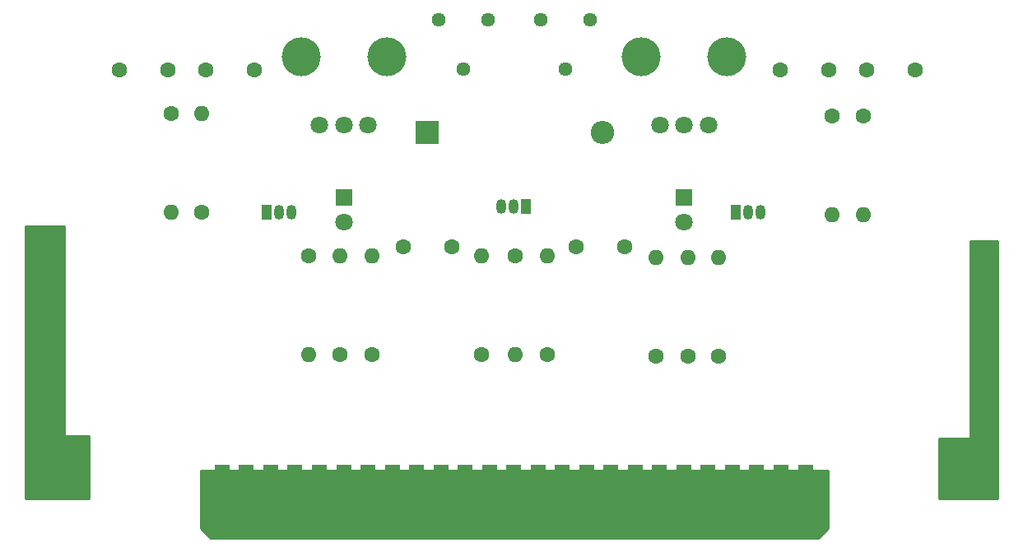
<source format=gbr>
G04 #@! TF.GenerationSoftware,KiCad,Pcbnew,(5.1.7)-1*
G04 #@! TF.CreationDate,2021-02-09T20:34:42-06:00*
G04 #@! TF.ProjectId,ConsolePedalTremolo,436f6e73-6f6c-4655-9065-64616c547265,rev?*
G04 #@! TF.SameCoordinates,Original*
G04 #@! TF.FileFunction,Soldermask,Top*
G04 #@! TF.FilePolarity,Negative*
%FSLAX46Y46*%
G04 Gerber Fmt 4.6, Leading zero omitted, Abs format (unit mm)*
G04 Created by KiCad (PCBNEW (5.1.7)-1) date 2021-02-09 20:34:42*
%MOMM*%
%LPD*%
G01*
G04 APERTURE LIST*
%ADD10R,1.800000X1.800000*%
%ADD11C,1.800000*%
%ADD12R,1.500000X7.000000*%
%ADD13C,5.000000*%
%ADD14C,1.600000*%
%ADD15O,1.600000X1.600000*%
%ADD16R,2.400000X2.400000*%
%ADD17O,2.400000X2.400000*%
%ADD18O,1.050000X1.500000*%
%ADD19R,1.050000X1.500000*%
%ADD20C,4.000000*%
%ADD21C,1.440000*%
%ADD22C,0.254000*%
%ADD23C,0.100000*%
G04 APERTURE END LIST*
D10*
G04 #@! TO.C,D1*
X115250000Y-95000000D03*
D11*
X115250000Y-97540000D03*
G04 #@! TD*
G04 #@! TO.C,D2*
X150250000Y-97540000D03*
D10*
X150250000Y-95000000D03*
G04 #@! TD*
D12*
G04 #@! TO.C,J1*
X102715000Y-126000000D03*
X105215000Y-126000000D03*
X107715000Y-126000000D03*
X110215000Y-126000000D03*
X112715000Y-126000000D03*
X115215000Y-126000000D03*
X117715000Y-126000000D03*
X120215000Y-126000000D03*
X122715000Y-126000000D03*
X125215000Y-126000000D03*
X127715000Y-126000000D03*
X130215000Y-126000000D03*
X132715000Y-126000000D03*
X135215000Y-126000000D03*
X137715000Y-126000000D03*
X140215000Y-126000000D03*
X142715000Y-126000000D03*
X145215000Y-126000000D03*
X147715000Y-126000000D03*
X150215000Y-126000000D03*
X152715000Y-126000000D03*
X155215000Y-126000000D03*
X157715000Y-126000000D03*
X160215000Y-126000000D03*
X162715000Y-126000000D03*
G04 #@! TD*
D13*
G04 #@! TO.C,H1*
X85350000Y-122600000D03*
G04 #@! TD*
G04 #@! TO.C,H2*
X180150000Y-122600000D03*
G04 #@! TD*
D14*
G04 #@! TO.C,R3*
X153797000Y-111353600D03*
D15*
X153797000Y-101193600D03*
G04 #@! TD*
D16*
G04 #@! TO.C,C5*
X123825000Y-88265000D03*
D17*
X141825000Y-88265000D03*
G04 #@! TD*
D18*
G04 #@! TO.C,Q1*
X156845000Y-96520000D03*
X158115000Y-96520000D03*
D19*
X155575000Y-96520000D03*
G04 #@! TD*
D18*
G04 #@! TO.C,Q2*
X132715000Y-95885000D03*
X131445000Y-95885000D03*
D19*
X133985000Y-95885000D03*
G04 #@! TD*
G04 #@! TO.C,Q3*
X107315000Y-96520000D03*
D18*
X109855000Y-96520000D03*
X108585000Y-96520000D03*
G04 #@! TD*
D15*
G04 #@! TO.C,R1*
X114871500Y-100965000D03*
D14*
X114871500Y-111125000D03*
G04 #@! TD*
D15*
G04 #@! TO.C,R2*
X129413000Y-100965000D03*
D14*
X129413000Y-111125000D03*
G04 #@! TD*
G04 #@! TO.C,R4*
X136144000Y-111125000D03*
D15*
X136144000Y-100965000D03*
G04 #@! TD*
G04 #@! TO.C,R5*
X132842000Y-111125000D03*
D14*
X132842000Y-100965000D03*
G04 #@! TD*
G04 #@! TO.C,R6*
X165481000Y-86614000D03*
D15*
X165481000Y-96774000D03*
G04 #@! TD*
G04 #@! TO.C,R7*
X147320000Y-101190001D03*
D14*
X147320000Y-111350001D03*
G04 #@! TD*
G04 #@! TO.C,R8*
X168656000Y-86614000D03*
D15*
X168656000Y-96774000D03*
G04 #@! TD*
D14*
G04 #@! TO.C,R9*
X111633000Y-100965000D03*
D15*
X111633000Y-111125000D03*
G04 #@! TD*
D14*
G04 #@! TO.C,R10*
X150622000Y-111340900D03*
D15*
X150622000Y-101180900D03*
G04 #@! TD*
G04 #@! TO.C,R11*
X100647500Y-86360000D03*
D14*
X100647500Y-96520000D03*
G04 #@! TD*
D15*
G04 #@! TO.C,R12*
X118110000Y-100965000D03*
D14*
X118110000Y-111125000D03*
G04 #@! TD*
G04 #@! TO.C,R13*
X97472500Y-86360000D03*
D15*
X97472500Y-96520000D03*
G04 #@! TD*
D11*
G04 #@! TO.C,RV1*
X147750000Y-87500000D03*
X150250000Y-87500000D03*
X152750000Y-87500000D03*
D20*
X145850000Y-80500000D03*
X154650000Y-80500000D03*
G04 #@! TD*
G04 #@! TO.C,RV2*
X119650000Y-80500000D03*
X110850000Y-80500000D03*
D11*
X117750000Y-87500000D03*
X115250000Y-87500000D03*
X112750000Y-87500000D03*
G04 #@! TD*
D21*
G04 #@! TO.C,RV3*
X140545000Y-76708000D03*
X138005000Y-81788000D03*
X135465000Y-76708000D03*
G04 #@! TD*
G04 #@! TO.C,RV4*
X124965000Y-76708000D03*
X127505000Y-81788000D03*
X130045000Y-76708000D03*
G04 #@! TD*
D14*
G04 #@! TO.C,C1*
X126365000Y-100095000D03*
X121365000Y-100095000D03*
G04 #@! TD*
G04 #@! TO.C,C2*
X144145000Y-100095000D03*
X139145000Y-100095000D03*
G04 #@! TD*
G04 #@! TO.C,C3*
X160100000Y-81883200D03*
X165100000Y-81883200D03*
G04 #@! TD*
G04 #@! TO.C,C4*
X101045000Y-81883200D03*
X106045000Y-81883200D03*
G04 #@! TD*
G04 #@! TO.C,C6*
X173990000Y-81883200D03*
X168990000Y-81883200D03*
G04 #@! TD*
G04 #@! TO.C,C7*
X92155000Y-81883200D03*
X97155000Y-81883200D03*
G04 #@! TD*
D22*
X165000000Y-129000000D02*
X164000000Y-130000000D01*
X101500000Y-130000000D01*
X100500000Y-129000000D01*
X100500000Y-123063000D01*
X165000000Y-123063000D01*
X165000000Y-129000000D01*
D23*
G36*
X165000000Y-129000000D02*
G01*
X164000000Y-130000000D01*
X101500000Y-130000000D01*
X100500000Y-129000000D01*
X100500000Y-123063000D01*
X165000000Y-123063000D01*
X165000000Y-129000000D01*
G37*
D22*
X86487000Y-119380000D02*
X86489440Y-119404776D01*
X86496667Y-119428601D01*
X86508403Y-119450557D01*
X86524197Y-119469803D01*
X86543443Y-119485597D01*
X86565399Y-119497333D01*
X86589224Y-119504560D01*
X86614000Y-119507000D01*
X89000000Y-119507000D01*
X89000000Y-126000000D01*
X82500000Y-126000000D01*
X82500000Y-97917000D01*
X86487000Y-97917000D01*
X86487000Y-119380000D01*
D23*
G36*
X86487000Y-119380000D02*
G01*
X86489440Y-119404776D01*
X86496667Y-119428601D01*
X86508403Y-119450557D01*
X86524197Y-119469803D01*
X86543443Y-119485597D01*
X86565399Y-119497333D01*
X86589224Y-119504560D01*
X86614000Y-119507000D01*
X89000000Y-119507000D01*
X89000000Y-126000000D01*
X82500000Y-126000000D01*
X82500000Y-97917000D01*
X86487000Y-97917000D01*
X86487000Y-119380000D01*
G37*
D22*
X182499000Y-126000000D02*
X176500000Y-126000000D01*
X176500000Y-119761000D01*
X179578000Y-119761000D01*
X179602776Y-119758560D01*
X179626601Y-119751333D01*
X179648557Y-119739597D01*
X179667803Y-119723803D01*
X179683597Y-119704557D01*
X179695333Y-119682601D01*
X179702560Y-119658776D01*
X179705000Y-119634000D01*
X179705000Y-99441000D01*
X182499000Y-99441000D01*
X182499000Y-126000000D01*
D23*
G36*
X182499000Y-126000000D02*
G01*
X176500000Y-126000000D01*
X176500000Y-119761000D01*
X179578000Y-119761000D01*
X179602776Y-119758560D01*
X179626601Y-119751333D01*
X179648557Y-119739597D01*
X179667803Y-119723803D01*
X179683597Y-119704557D01*
X179695333Y-119682601D01*
X179702560Y-119658776D01*
X179705000Y-119634000D01*
X179705000Y-99441000D01*
X182499000Y-99441000D01*
X182499000Y-126000000D01*
G37*
M02*

</source>
